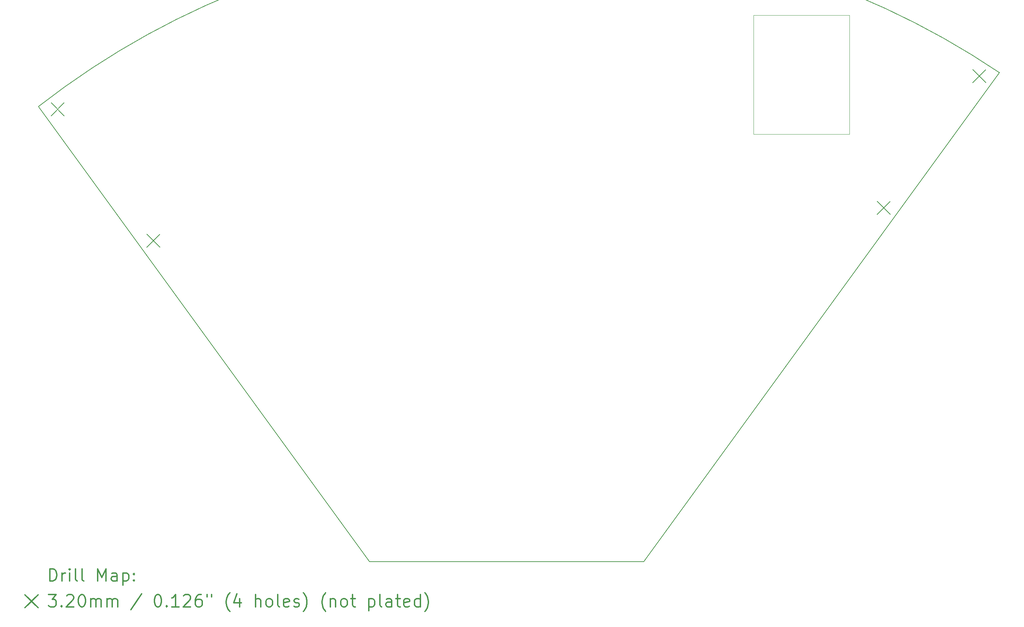
<source format=gbr>
%FSLAX45Y45*%
G04 Gerber Fmt 4.5, Leading zero omitted, Abs format (unit mm)*
G04 Created by KiCad (PCBNEW (5.1.7-0-10_14)) date 2021-04-07 16:23:26*
%MOMM*%
%LPD*%
G01*
G04 APERTURE LIST*
%TA.AperFunction,Profile*%
%ADD10C,0.050000*%
%TD*%
%TA.AperFunction,Profile*%
%ADD11C,0.150000*%
%TD*%
%ADD12C,0.200000*%
%ADD13C,0.300000*%
G04 APERTURE END LIST*
D10*
X19680000Y-7320000D02*
X19860000Y-7320000D01*
X19680000Y-4400000D02*
X19680000Y-7320000D01*
X22020000Y-7320000D02*
X19860000Y-7320000D01*
X22020000Y-4400000D02*
X22020000Y-7320000D01*
X19680000Y-4400000D02*
X22020000Y-4400000D01*
D11*
X25690302Y-5809164D02*
G75*
G03*
X2193600Y-6640400I-11176302J-16585836D01*
G01*
X10289100Y-17783000D02*
X2193600Y-6640400D01*
X16990800Y-17783000D02*
X25690300Y-5809100D01*
X10289100Y-17783000D02*
X16990800Y-17783000D01*
D12*
X4843000Y-9764000D02*
X5163000Y-10084000D01*
X5163000Y-9764000D02*
X4843000Y-10084000D01*
X25036800Y-5732800D02*
X25356800Y-6052800D01*
X25356800Y-5732800D02*
X25036800Y-6052800D01*
X2504000Y-6545600D02*
X2824000Y-6865600D01*
X2824000Y-6545600D02*
X2504000Y-6865600D01*
X22700000Y-8958600D02*
X23020000Y-9278600D01*
X23020000Y-8958600D02*
X22700000Y-9278600D01*
D13*
X2472528Y-18256214D02*
X2472528Y-17956214D01*
X2543957Y-17956214D01*
X2586814Y-17970500D01*
X2615386Y-17999072D01*
X2629671Y-18027643D01*
X2643957Y-18084786D01*
X2643957Y-18127643D01*
X2629671Y-18184786D01*
X2615386Y-18213357D01*
X2586814Y-18241929D01*
X2543957Y-18256214D01*
X2472528Y-18256214D01*
X2772528Y-18256214D02*
X2772528Y-18056214D01*
X2772528Y-18113357D02*
X2786814Y-18084786D01*
X2801100Y-18070500D01*
X2829671Y-18056214D01*
X2858243Y-18056214D01*
X2958243Y-18256214D02*
X2958243Y-18056214D01*
X2958243Y-17956214D02*
X2943957Y-17970500D01*
X2958243Y-17984786D01*
X2972528Y-17970500D01*
X2958243Y-17956214D01*
X2958243Y-17984786D01*
X3143957Y-18256214D02*
X3115386Y-18241929D01*
X3101100Y-18213357D01*
X3101100Y-17956214D01*
X3301100Y-18256214D02*
X3272528Y-18241929D01*
X3258243Y-18213357D01*
X3258243Y-17956214D01*
X3643957Y-18256214D02*
X3643957Y-17956214D01*
X3743957Y-18170500D01*
X3843957Y-17956214D01*
X3843957Y-18256214D01*
X4115386Y-18256214D02*
X4115386Y-18099072D01*
X4101100Y-18070500D01*
X4072528Y-18056214D01*
X4015386Y-18056214D01*
X3986814Y-18070500D01*
X4115386Y-18241929D02*
X4086814Y-18256214D01*
X4015386Y-18256214D01*
X3986814Y-18241929D01*
X3972528Y-18213357D01*
X3972528Y-18184786D01*
X3986814Y-18156214D01*
X4015386Y-18141929D01*
X4086814Y-18141929D01*
X4115386Y-18127643D01*
X4258243Y-18056214D02*
X4258243Y-18356214D01*
X4258243Y-18070500D02*
X4286814Y-18056214D01*
X4343957Y-18056214D01*
X4372528Y-18070500D01*
X4386814Y-18084786D01*
X4401100Y-18113357D01*
X4401100Y-18199072D01*
X4386814Y-18227643D01*
X4372528Y-18241929D01*
X4343957Y-18256214D01*
X4286814Y-18256214D01*
X4258243Y-18241929D01*
X4529671Y-18227643D02*
X4543957Y-18241929D01*
X4529671Y-18256214D01*
X4515386Y-18241929D01*
X4529671Y-18227643D01*
X4529671Y-18256214D01*
X4529671Y-18070500D02*
X4543957Y-18084786D01*
X4529671Y-18099072D01*
X4515386Y-18084786D01*
X4529671Y-18070500D01*
X4529671Y-18099072D01*
X1866100Y-18590500D02*
X2186100Y-18910500D01*
X2186100Y-18590500D02*
X1866100Y-18910500D01*
X2443957Y-18586214D02*
X2629671Y-18586214D01*
X2529671Y-18700500D01*
X2572528Y-18700500D01*
X2601100Y-18714786D01*
X2615386Y-18729072D01*
X2629671Y-18757643D01*
X2629671Y-18829072D01*
X2615386Y-18857643D01*
X2601100Y-18871929D01*
X2572528Y-18886214D01*
X2486814Y-18886214D01*
X2458243Y-18871929D01*
X2443957Y-18857643D01*
X2758243Y-18857643D02*
X2772528Y-18871929D01*
X2758243Y-18886214D01*
X2743957Y-18871929D01*
X2758243Y-18857643D01*
X2758243Y-18886214D01*
X2886814Y-18614786D02*
X2901100Y-18600500D01*
X2929671Y-18586214D01*
X3001100Y-18586214D01*
X3029671Y-18600500D01*
X3043957Y-18614786D01*
X3058243Y-18643357D01*
X3058243Y-18671929D01*
X3043957Y-18714786D01*
X2872528Y-18886214D01*
X3058243Y-18886214D01*
X3243957Y-18586214D02*
X3272528Y-18586214D01*
X3301100Y-18600500D01*
X3315386Y-18614786D01*
X3329671Y-18643357D01*
X3343957Y-18700500D01*
X3343957Y-18771929D01*
X3329671Y-18829072D01*
X3315386Y-18857643D01*
X3301100Y-18871929D01*
X3272528Y-18886214D01*
X3243957Y-18886214D01*
X3215386Y-18871929D01*
X3201100Y-18857643D01*
X3186814Y-18829072D01*
X3172528Y-18771929D01*
X3172528Y-18700500D01*
X3186814Y-18643357D01*
X3201100Y-18614786D01*
X3215386Y-18600500D01*
X3243957Y-18586214D01*
X3472528Y-18886214D02*
X3472528Y-18686214D01*
X3472528Y-18714786D02*
X3486814Y-18700500D01*
X3515386Y-18686214D01*
X3558243Y-18686214D01*
X3586814Y-18700500D01*
X3601100Y-18729072D01*
X3601100Y-18886214D01*
X3601100Y-18729072D02*
X3615386Y-18700500D01*
X3643957Y-18686214D01*
X3686814Y-18686214D01*
X3715386Y-18700500D01*
X3729671Y-18729072D01*
X3729671Y-18886214D01*
X3872528Y-18886214D02*
X3872528Y-18686214D01*
X3872528Y-18714786D02*
X3886814Y-18700500D01*
X3915386Y-18686214D01*
X3958243Y-18686214D01*
X3986814Y-18700500D01*
X4001100Y-18729072D01*
X4001100Y-18886214D01*
X4001100Y-18729072D02*
X4015386Y-18700500D01*
X4043957Y-18686214D01*
X4086814Y-18686214D01*
X4115386Y-18700500D01*
X4129671Y-18729072D01*
X4129671Y-18886214D01*
X4715386Y-18571929D02*
X4458243Y-18957643D01*
X5101100Y-18586214D02*
X5129671Y-18586214D01*
X5158243Y-18600500D01*
X5172528Y-18614786D01*
X5186814Y-18643357D01*
X5201100Y-18700500D01*
X5201100Y-18771929D01*
X5186814Y-18829072D01*
X5172528Y-18857643D01*
X5158243Y-18871929D01*
X5129671Y-18886214D01*
X5101100Y-18886214D01*
X5072528Y-18871929D01*
X5058243Y-18857643D01*
X5043957Y-18829072D01*
X5029671Y-18771929D01*
X5029671Y-18700500D01*
X5043957Y-18643357D01*
X5058243Y-18614786D01*
X5072528Y-18600500D01*
X5101100Y-18586214D01*
X5329671Y-18857643D02*
X5343957Y-18871929D01*
X5329671Y-18886214D01*
X5315386Y-18871929D01*
X5329671Y-18857643D01*
X5329671Y-18886214D01*
X5629671Y-18886214D02*
X5458243Y-18886214D01*
X5543957Y-18886214D02*
X5543957Y-18586214D01*
X5515386Y-18629072D01*
X5486814Y-18657643D01*
X5458243Y-18671929D01*
X5743957Y-18614786D02*
X5758243Y-18600500D01*
X5786814Y-18586214D01*
X5858243Y-18586214D01*
X5886814Y-18600500D01*
X5901100Y-18614786D01*
X5915386Y-18643357D01*
X5915386Y-18671929D01*
X5901100Y-18714786D01*
X5729671Y-18886214D01*
X5915386Y-18886214D01*
X6172528Y-18586214D02*
X6115386Y-18586214D01*
X6086814Y-18600500D01*
X6072528Y-18614786D01*
X6043957Y-18657643D01*
X6029671Y-18714786D01*
X6029671Y-18829072D01*
X6043957Y-18857643D01*
X6058243Y-18871929D01*
X6086814Y-18886214D01*
X6143957Y-18886214D01*
X6172528Y-18871929D01*
X6186814Y-18857643D01*
X6201100Y-18829072D01*
X6201100Y-18757643D01*
X6186814Y-18729072D01*
X6172528Y-18714786D01*
X6143957Y-18700500D01*
X6086814Y-18700500D01*
X6058243Y-18714786D01*
X6043957Y-18729072D01*
X6029671Y-18757643D01*
X6315386Y-18586214D02*
X6315386Y-18643357D01*
X6429671Y-18586214D02*
X6429671Y-18643357D01*
X6872528Y-19000500D02*
X6858243Y-18986214D01*
X6829671Y-18943357D01*
X6815386Y-18914786D01*
X6801100Y-18871929D01*
X6786814Y-18800500D01*
X6786814Y-18743357D01*
X6801100Y-18671929D01*
X6815386Y-18629072D01*
X6829671Y-18600500D01*
X6858243Y-18557643D01*
X6872528Y-18543357D01*
X7115386Y-18686214D02*
X7115386Y-18886214D01*
X7043957Y-18571929D02*
X6972528Y-18786214D01*
X7158243Y-18786214D01*
X7501100Y-18886214D02*
X7501100Y-18586214D01*
X7629671Y-18886214D02*
X7629671Y-18729072D01*
X7615386Y-18700500D01*
X7586814Y-18686214D01*
X7543957Y-18686214D01*
X7515386Y-18700500D01*
X7501100Y-18714786D01*
X7815386Y-18886214D02*
X7786814Y-18871929D01*
X7772528Y-18857643D01*
X7758243Y-18829072D01*
X7758243Y-18743357D01*
X7772528Y-18714786D01*
X7786814Y-18700500D01*
X7815386Y-18686214D01*
X7858243Y-18686214D01*
X7886814Y-18700500D01*
X7901100Y-18714786D01*
X7915386Y-18743357D01*
X7915386Y-18829072D01*
X7901100Y-18857643D01*
X7886814Y-18871929D01*
X7858243Y-18886214D01*
X7815386Y-18886214D01*
X8086814Y-18886214D02*
X8058243Y-18871929D01*
X8043957Y-18843357D01*
X8043957Y-18586214D01*
X8315386Y-18871929D02*
X8286814Y-18886214D01*
X8229671Y-18886214D01*
X8201100Y-18871929D01*
X8186814Y-18843357D01*
X8186814Y-18729072D01*
X8201100Y-18700500D01*
X8229671Y-18686214D01*
X8286814Y-18686214D01*
X8315386Y-18700500D01*
X8329671Y-18729072D01*
X8329671Y-18757643D01*
X8186814Y-18786214D01*
X8443957Y-18871929D02*
X8472528Y-18886214D01*
X8529671Y-18886214D01*
X8558243Y-18871929D01*
X8572528Y-18843357D01*
X8572528Y-18829072D01*
X8558243Y-18800500D01*
X8529671Y-18786214D01*
X8486814Y-18786214D01*
X8458243Y-18771929D01*
X8443957Y-18743357D01*
X8443957Y-18729072D01*
X8458243Y-18700500D01*
X8486814Y-18686214D01*
X8529671Y-18686214D01*
X8558243Y-18700500D01*
X8672528Y-19000500D02*
X8686814Y-18986214D01*
X8715386Y-18943357D01*
X8729671Y-18914786D01*
X8743957Y-18871929D01*
X8758243Y-18800500D01*
X8758243Y-18743357D01*
X8743957Y-18671929D01*
X8729671Y-18629072D01*
X8715386Y-18600500D01*
X8686814Y-18557643D01*
X8672528Y-18543357D01*
X9215386Y-19000500D02*
X9201100Y-18986214D01*
X9172528Y-18943357D01*
X9158243Y-18914786D01*
X9143957Y-18871929D01*
X9129671Y-18800500D01*
X9129671Y-18743357D01*
X9143957Y-18671929D01*
X9158243Y-18629072D01*
X9172528Y-18600500D01*
X9201100Y-18557643D01*
X9215386Y-18543357D01*
X9329671Y-18686214D02*
X9329671Y-18886214D01*
X9329671Y-18714786D02*
X9343957Y-18700500D01*
X9372528Y-18686214D01*
X9415386Y-18686214D01*
X9443957Y-18700500D01*
X9458243Y-18729072D01*
X9458243Y-18886214D01*
X9643957Y-18886214D02*
X9615386Y-18871929D01*
X9601100Y-18857643D01*
X9586814Y-18829072D01*
X9586814Y-18743357D01*
X9601100Y-18714786D01*
X9615386Y-18700500D01*
X9643957Y-18686214D01*
X9686814Y-18686214D01*
X9715386Y-18700500D01*
X9729671Y-18714786D01*
X9743957Y-18743357D01*
X9743957Y-18829072D01*
X9729671Y-18857643D01*
X9715386Y-18871929D01*
X9686814Y-18886214D01*
X9643957Y-18886214D01*
X9829671Y-18686214D02*
X9943957Y-18686214D01*
X9872528Y-18586214D02*
X9872528Y-18843357D01*
X9886814Y-18871929D01*
X9915386Y-18886214D01*
X9943957Y-18886214D01*
X10272528Y-18686214D02*
X10272528Y-18986214D01*
X10272528Y-18700500D02*
X10301100Y-18686214D01*
X10358243Y-18686214D01*
X10386814Y-18700500D01*
X10401100Y-18714786D01*
X10415386Y-18743357D01*
X10415386Y-18829072D01*
X10401100Y-18857643D01*
X10386814Y-18871929D01*
X10358243Y-18886214D01*
X10301100Y-18886214D01*
X10272528Y-18871929D01*
X10586814Y-18886214D02*
X10558243Y-18871929D01*
X10543957Y-18843357D01*
X10543957Y-18586214D01*
X10829671Y-18886214D02*
X10829671Y-18729072D01*
X10815386Y-18700500D01*
X10786814Y-18686214D01*
X10729671Y-18686214D01*
X10701100Y-18700500D01*
X10829671Y-18871929D02*
X10801100Y-18886214D01*
X10729671Y-18886214D01*
X10701100Y-18871929D01*
X10686814Y-18843357D01*
X10686814Y-18814786D01*
X10701100Y-18786214D01*
X10729671Y-18771929D01*
X10801100Y-18771929D01*
X10829671Y-18757643D01*
X10929671Y-18686214D02*
X11043957Y-18686214D01*
X10972528Y-18586214D02*
X10972528Y-18843357D01*
X10986814Y-18871929D01*
X11015386Y-18886214D01*
X11043957Y-18886214D01*
X11258243Y-18871929D02*
X11229671Y-18886214D01*
X11172528Y-18886214D01*
X11143957Y-18871929D01*
X11129671Y-18843357D01*
X11129671Y-18729072D01*
X11143957Y-18700500D01*
X11172528Y-18686214D01*
X11229671Y-18686214D01*
X11258243Y-18700500D01*
X11272528Y-18729072D01*
X11272528Y-18757643D01*
X11129671Y-18786214D01*
X11529671Y-18886214D02*
X11529671Y-18586214D01*
X11529671Y-18871929D02*
X11501100Y-18886214D01*
X11443957Y-18886214D01*
X11415386Y-18871929D01*
X11401100Y-18857643D01*
X11386814Y-18829072D01*
X11386814Y-18743357D01*
X11401100Y-18714786D01*
X11415386Y-18700500D01*
X11443957Y-18686214D01*
X11501100Y-18686214D01*
X11529671Y-18700500D01*
X11643957Y-19000500D02*
X11658243Y-18986214D01*
X11686814Y-18943357D01*
X11701100Y-18914786D01*
X11715386Y-18871929D01*
X11729671Y-18800500D01*
X11729671Y-18743357D01*
X11715386Y-18671929D01*
X11701100Y-18629072D01*
X11686814Y-18600500D01*
X11658243Y-18557643D01*
X11643957Y-18543357D01*
M02*

</source>
